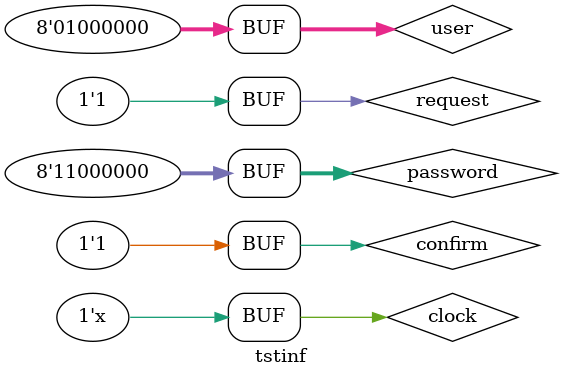
<source format=v>
`timescale 1ns / 1ps


module tstinf;

	// Inputs
	reg clock;
	reg request;
	reg confirm;
	reg [7:0] password;
	reg [7:0] user;

	// Outputs
	wire writeRegP;
	wire writeRegQ;

	// Instantiate the Unit Under Test (UUT)
	InformationController uut (
		.clock(clock), 
		.request(request), 
		.confirm(confirm), 
		.password(password), 
		.user(user), 
		.writeRegP(writeRegP), 
		.writeRegQ(writeRegQ)
	);

	initial begin
		// Initialize Inputs
		clock = 0;
		
		request = 1;
		
		confirm = 1;
		#60
		user = 8'b11000000;
		
		password = 8'b11000000;
		#60
		user = 8'b01000000;

		// Wait 100 ns for global reset to finish
		//#100;
        
		// Add stimulus here

	end
   always #30 clock =~clock;   
endmodule


</source>
